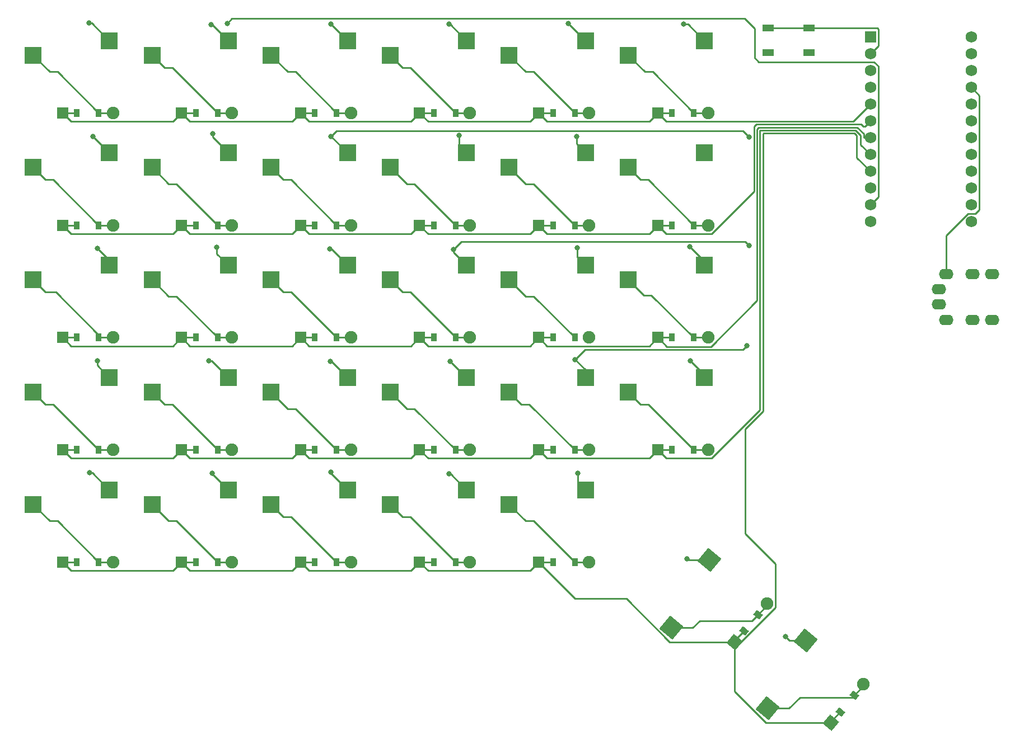
<source format=gbr>
%TF.GenerationSoftware,KiCad,Pcbnew,7.0.7-2.fc38*%
%TF.CreationDate,2023-08-26T22:40:14+08:00*%
%TF.ProjectId,split_keyboard_I,73706c69-745f-46b6-9579-626f6172645f,v1.0.0*%
%TF.SameCoordinates,Original*%
%TF.FileFunction,Copper,L1,Top*%
%TF.FilePolarity,Positive*%
%FSLAX46Y46*%
G04 Gerber Fmt 4.6, Leading zero omitted, Abs format (unit mm)*
G04 Created by KiCad (PCBNEW 7.0.7-2.fc38) date 2023-08-26 22:40:14*
%MOMM*%
%LPD*%
G01*
G04 APERTURE LIST*
G04 Aperture macros list*
%AMRotRect*
0 Rectangle, with rotation*
0 The origin of the aperture is its center*
0 $1 length*
0 $2 width*
0 $3 Rotation angle, in degrees counterclockwise*
0 Add horizontal line*
21,1,$1,$2,0,0,$3*%
G04 Aperture macros list end*
%TA.AperFunction,SMDPad,CuDef*%
%ADD10R,1.800000X1.100000*%
%TD*%
%TA.AperFunction,SMDPad,CuDef*%
%ADD11R,2.600000X2.600000*%
%TD*%
%TA.AperFunction,ComponentPad*%
%ADD12R,1.778000X1.778000*%
%TD*%
%TA.AperFunction,SMDPad,CuDef*%
%ADD13R,0.900000X1.200000*%
%TD*%
%TA.AperFunction,ComponentPad*%
%ADD14C,1.905000*%
%TD*%
%TA.AperFunction,SMDPad,CuDef*%
%ADD15RotRect,2.600000X2.600000X50.000000*%
%TD*%
%TA.AperFunction,ComponentPad*%
%ADD16O,2.200000X1.600000*%
%TD*%
%TA.AperFunction,ComponentPad*%
%ADD17RotRect,1.778000X1.778000X50.000000*%
%TD*%
%TA.AperFunction,SMDPad,CuDef*%
%ADD18RotRect,0.900000X1.200000X50.000000*%
%TD*%
%TA.AperFunction,ComponentPad*%
%ADD19R,1.752600X1.752600*%
%TD*%
%TA.AperFunction,ComponentPad*%
%ADD20C,1.752600*%
%TD*%
%TA.AperFunction,ViaPad*%
%ADD21C,0.800000*%
%TD*%
%TA.AperFunction,Conductor*%
%ADD22C,0.250000*%
%TD*%
G04 APERTURE END LIST*
D10*
%TO.P,B1,2*%
%TO.N,RST*%
X259100000Y-77850000D03*
X252900000Y-77850000D03*
%TO.P,B1,1*%
%TO.N,GND*%
X259100000Y-74150000D03*
X252900000Y-74150000D03*
%TD*%
D11*
%TO.P,S12,1*%
%TO.N,P10*%
X189275000Y-127050000D03*
%TO.P,S12,2*%
%TO.N,ring_row3*%
X177725000Y-129250000D03*
%TD*%
%TO.P,S27,1*%
%TO.N,P4*%
X243275000Y-110050000D03*
%TO.P,S27,2*%
%TO.N,inner_row2*%
X231725000Y-112250000D03*
%TD*%
%TO.P,S15,1*%
%TO.N,P10*%
X189275000Y-76050000D03*
%TO.P,S15,2*%
%TO.N,ring_number*%
X177725000Y-78250000D03*
%TD*%
D12*
%TO.P,D27,1*%
%TO.N,P19*%
X236190000Y-121000000D03*
D13*
X238350000Y-121000000D03*
%TO.P,D27,2*%
%TO.N,inner_row2*%
X241650000Y-121000000D03*
D14*
X243810000Y-121000000D03*
%TD*%
D12*
%TO.P,D2,1*%
%TO.N,P18*%
X146190000Y-138000000D03*
D13*
X148350000Y-138000000D03*
%TO.P,D2,2*%
%TO.N,outer_row3*%
X151650000Y-138000000D03*
D14*
X153810000Y-138000000D03*
%TD*%
D12*
%TO.P,D23,1*%
%TO.N,P19*%
X218190000Y-121000000D03*
D13*
X220350000Y-121000000D03*
%TO.P,D23,2*%
%TO.N,index_row2*%
X223650000Y-121000000D03*
D14*
X225810000Y-121000000D03*
%TD*%
D12*
%TO.P,D28,1*%
%TO.N,P20*%
X236190000Y-104000000D03*
D13*
X238350000Y-104000000D03*
%TO.P,D28,2*%
%TO.N,inner_row1*%
X241650000Y-104000000D03*
D14*
X243810000Y-104000000D03*
%TD*%
D12*
%TO.P,D10,1*%
%TO.N,P21*%
X164190000Y-87000000D03*
D13*
X166350000Y-87000000D03*
%TO.P,D10,2*%
%TO.N,pinky_number*%
X169650000Y-87000000D03*
D14*
X171810000Y-87000000D03*
%TD*%
D11*
%TO.P,S18,1*%
%TO.N,P2*%
X207275000Y-110050000D03*
%TO.P,S18,2*%
%TO.N,middle_row2*%
X195725000Y-112250000D03*
%TD*%
D12*
%TO.P,D20,1*%
%TO.N,P21*%
X200190000Y-87000000D03*
D13*
X202350000Y-87000000D03*
%TO.P,D20,2*%
%TO.N,middle_number*%
X205650000Y-87000000D03*
D14*
X207810000Y-87000000D03*
%TD*%
D11*
%TO.P,S6,1*%
%TO.N,P16*%
X171275000Y-144050000D03*
%TO.P,S6,2*%
%TO.N,pinky_bottom*%
X159725000Y-146250000D03*
%TD*%
D15*
%TO.P,S30,1*%
%TO.N,P4*%
X244012338Y-154641088D03*
%TO.P,S30,2*%
%TO.N,space_cluster*%
X238273439Y-164903034D03*
%TD*%
%TO.P,S31,1*%
%TO.N,P5*%
X258567183Y-166854053D03*
%TO.P,S31,2*%
%TO.N,layer_cluster*%
X252828284Y-177115999D03*
%TD*%
D12*
%TO.P,D15,1*%
%TO.N,P21*%
X182190000Y-87000000D03*
D13*
X184350000Y-87000000D03*
%TO.P,D15,2*%
%TO.N,ring_number*%
X187650000Y-87000000D03*
D14*
X189810000Y-87000000D03*
%TD*%
D12*
%TO.P,D24,1*%
%TO.N,P20*%
X218190000Y-104000000D03*
D13*
X220350000Y-104000000D03*
%TO.P,D24,2*%
%TO.N,index_row1*%
X223650000Y-104000000D03*
D14*
X225810000Y-104000000D03*
%TD*%
D11*
%TO.P,S16,1*%
%TO.N,P2*%
X207275000Y-144050000D03*
%TO.P,S16,2*%
%TO.N,middle_bottom*%
X195725000Y-146250000D03*
%TD*%
D12*
%TO.P,D6,1*%
%TO.N,P15*%
X164190000Y-155000000D03*
D13*
X166350000Y-155000000D03*
%TO.P,D6,2*%
%TO.N,pinky_bottom*%
X169650000Y-155000000D03*
D14*
X171810000Y-155000000D03*
%TD*%
D11*
%TO.P,S8,1*%
%TO.N,P16*%
X171275000Y-110050000D03*
%TO.P,S8,2*%
%TO.N,pinky_row2*%
X159725000Y-112250000D03*
%TD*%
D16*
%TO.P,TRRS1,1*%
%TO.N,GND*%
X278700000Y-113700000D03*
X278700000Y-116000000D03*
%TO.P,TRRS1,2*%
X279800000Y-111400000D03*
X279800000Y-118300000D03*
%TO.P,TRRS1,3*%
%TO.N,P6*%
X283800000Y-111400000D03*
X283800000Y-118300000D03*
%TO.P,TRRS1,4*%
%TO.N,VCC*%
X286800000Y-111400000D03*
X286800000Y-118300000D03*
%TD*%
D11*
%TO.P,S5,1*%
%TO.N,P14*%
X153275000Y-76050000D03*
%TO.P,S5,2*%
%TO.N,outer_number*%
X141725000Y-78250000D03*
%TD*%
%TO.P,S20,1*%
%TO.N,P2*%
X207275000Y-76050000D03*
%TO.P,S20,2*%
%TO.N,middle_number*%
X195725000Y-78250000D03*
%TD*%
%TO.P,S25,1*%
%TO.N,P3*%
X225275000Y-76050000D03*
%TO.P,S25,2*%
%TO.N,index_number*%
X213725000Y-78250000D03*
%TD*%
%TO.P,S14,1*%
%TO.N,P10*%
X189275000Y-93050000D03*
%TO.P,S14,2*%
%TO.N,ring_row1*%
X177725000Y-95250000D03*
%TD*%
%TO.P,S21,1*%
%TO.N,P3*%
X225275000Y-144050000D03*
%TO.P,S21,2*%
%TO.N,index_bottom*%
X213725000Y-146250000D03*
%TD*%
%TO.P,S29,1*%
%TO.N,P4*%
X243275000Y-76050000D03*
%TO.P,S29,2*%
%TO.N,inner_number*%
X231725000Y-78250000D03*
%TD*%
D12*
%TO.P,D7,1*%
%TO.N,P18*%
X164190000Y-138000000D03*
D13*
X166350000Y-138000000D03*
%TO.P,D7,2*%
%TO.N,pinky_row3*%
X169650000Y-138000000D03*
D14*
X171810000Y-138000000D03*
%TD*%
D11*
%TO.P,S7,1*%
%TO.N,P16*%
X171275000Y-127050000D03*
%TO.P,S7,2*%
%TO.N,pinky_row3*%
X159725000Y-129250000D03*
%TD*%
D12*
%TO.P,D11,1*%
%TO.N,P15*%
X182190000Y-155000000D03*
D13*
X184350000Y-155000000D03*
%TO.P,D11,2*%
%TO.N,ring_bottom*%
X187650000Y-155000000D03*
D14*
X189810000Y-155000000D03*
%TD*%
D12*
%TO.P,D1,1*%
%TO.N,P15*%
X146190000Y-155000000D03*
D13*
X148350000Y-155000000D03*
%TO.P,D1,2*%
%TO.N,outer_bottom*%
X151650000Y-155000000D03*
D14*
X153810000Y-155000000D03*
%TD*%
D11*
%TO.P,S4,1*%
%TO.N,P14*%
X153275000Y-93050000D03*
%TO.P,S4,2*%
%TO.N,outer_row1*%
X141725000Y-95250000D03*
%TD*%
D12*
%TO.P,D25,1*%
%TO.N,P21*%
X218190000Y-87000000D03*
D13*
X220350000Y-87000000D03*
%TO.P,D25,2*%
%TO.N,index_number*%
X223650000Y-87000000D03*
D14*
X225810000Y-87000000D03*
%TD*%
D17*
%TO.P,D30,1*%
%TO.N,P15*%
X247846374Y-167107037D03*
D18*
X249234795Y-165452381D03*
%TO.P,D30,2*%
%TO.N,space_cluster*%
X251355995Y-162924435D03*
D14*
X252744416Y-161269779D03*
%TD*%
D11*
%TO.P,S26,1*%
%TO.N,P4*%
X243275000Y-127050000D03*
%TO.P,S26,2*%
%TO.N,inner_row3*%
X231725000Y-129250000D03*
%TD*%
D12*
%TO.P,D8,1*%
%TO.N,P19*%
X164190000Y-121000000D03*
D13*
X166350000Y-121000000D03*
%TO.P,D8,2*%
%TO.N,pinky_row2*%
X169650000Y-121000000D03*
D14*
X171810000Y-121000000D03*
%TD*%
D11*
%TO.P,S3,1*%
%TO.N,P14*%
X153275000Y-110050000D03*
%TO.P,S3,2*%
%TO.N,outer_row2*%
X141725000Y-112250000D03*
%TD*%
%TO.P,S2,1*%
%TO.N,P14*%
X153275000Y-127050000D03*
%TO.P,S2,2*%
%TO.N,outer_row3*%
X141725000Y-129250000D03*
%TD*%
%TO.P,S23,1*%
%TO.N,P3*%
X225275000Y-110050000D03*
%TO.P,S23,2*%
%TO.N,index_row2*%
X213725000Y-112250000D03*
%TD*%
D12*
%TO.P,D3,1*%
%TO.N,P19*%
X146190000Y-121000000D03*
D13*
X148350000Y-121000000D03*
%TO.P,D3,2*%
%TO.N,outer_row2*%
X151650000Y-121000000D03*
D14*
X153810000Y-121000000D03*
%TD*%
D17*
%TO.P,D31,1*%
%TO.N,P15*%
X262401219Y-179320002D03*
D18*
X263789640Y-177665346D03*
%TO.P,D31,2*%
%TO.N,layer_cluster*%
X265910840Y-175137400D03*
D14*
X267299261Y-173482744D03*
%TD*%
D12*
%TO.P,D16,1*%
%TO.N,P15*%
X200190000Y-155000000D03*
D13*
X202350000Y-155000000D03*
%TO.P,D16,2*%
%TO.N,middle_bottom*%
X205650000Y-155000000D03*
D14*
X207810000Y-155000000D03*
%TD*%
D12*
%TO.P,D14,1*%
%TO.N,P20*%
X182190000Y-104000000D03*
D13*
X184350000Y-104000000D03*
%TO.P,D14,2*%
%TO.N,ring_row1*%
X187650000Y-104000000D03*
D14*
X189810000Y-104000000D03*
%TD*%
D11*
%TO.P,S1,1*%
%TO.N,P14*%
X153275000Y-144050000D03*
%TO.P,S1,2*%
%TO.N,outer_bottom*%
X141725000Y-146250000D03*
%TD*%
%TO.P,S13,1*%
%TO.N,P10*%
X189275000Y-110050000D03*
%TO.P,S13,2*%
%TO.N,ring_row2*%
X177725000Y-112250000D03*
%TD*%
%TO.P,S11,1*%
%TO.N,P10*%
X189275000Y-144050000D03*
%TO.P,S11,2*%
%TO.N,ring_bottom*%
X177725000Y-146250000D03*
%TD*%
%TO.P,S9,1*%
%TO.N,P16*%
X171275000Y-93050000D03*
%TO.P,S9,2*%
%TO.N,pinky_row1*%
X159725000Y-95250000D03*
%TD*%
D12*
%TO.P,D29,1*%
%TO.N,P21*%
X236190000Y-87000000D03*
D13*
X238350000Y-87000000D03*
%TO.P,D29,2*%
%TO.N,inner_number*%
X241650000Y-87000000D03*
D14*
X243810000Y-87000000D03*
%TD*%
D12*
%TO.P,D4,1*%
%TO.N,P20*%
X146190000Y-104000000D03*
D13*
X148350000Y-104000000D03*
%TO.P,D4,2*%
%TO.N,outer_row1*%
X151650000Y-104000000D03*
D14*
X153810000Y-104000000D03*
%TD*%
D12*
%TO.P,D5,1*%
%TO.N,P21*%
X146190000Y-87000000D03*
D13*
X148350000Y-87000000D03*
%TO.P,D5,2*%
%TO.N,outer_number*%
X151650000Y-87000000D03*
D14*
X153810000Y-87000000D03*
%TD*%
D19*
%TO.P,MCU1,1*%
%TO.N,RAW*%
X268380000Y-75530000D03*
D20*
%TO.P,MCU1,2*%
%TO.N,GND*%
X268380000Y-78070000D03*
%TO.P,MCU1,3*%
%TO.N,RST*%
X268380000Y-80610000D03*
%TO.P,MCU1,4*%
%TO.N,VCC*%
X268380000Y-83150000D03*
%TO.P,MCU1,5*%
%TO.N,P21*%
X268380000Y-85690000D03*
%TO.P,MCU1,6*%
%TO.N,P20*%
X268380000Y-88230000D03*
%TO.P,MCU1,7*%
%TO.N,P19*%
X268380000Y-90770000D03*
%TO.P,MCU1,8*%
%TO.N,P18*%
X268380000Y-93310000D03*
%TO.P,MCU1,9*%
%TO.N,P15*%
X268380000Y-95850000D03*
%TO.P,MCU1,10*%
%TO.N,P14*%
X268380000Y-98390000D03*
%TO.P,MCU1,11*%
%TO.N,P16*%
X268380000Y-100930000D03*
%TO.P,MCU1,12*%
%TO.N,P10*%
X268380000Y-103470000D03*
%TO.P,MCU1,13*%
%TO.N,P1*%
X283620000Y-75530000D03*
%TO.P,MCU1,14*%
%TO.N,P0*%
X283620000Y-78070000D03*
%TO.P,MCU1,15*%
%TO.N,GND*%
X283620000Y-80610000D03*
%TO.P,MCU1,16*%
X283620000Y-83150000D03*
%TO.P,MCU1,17*%
%TO.N,P2*%
X283620000Y-85690000D03*
%TO.P,MCU1,18*%
%TO.N,P3*%
X283620000Y-88230000D03*
%TO.P,MCU1,19*%
%TO.N,P4*%
X283620000Y-90770000D03*
%TO.P,MCU1,20*%
%TO.N,P5*%
X283620000Y-93310000D03*
%TO.P,MCU1,21*%
%TO.N,P6*%
X283620000Y-95850000D03*
%TO.P,MCU1,22*%
%TO.N,P7*%
X283620000Y-98390000D03*
%TO.P,MCU1,23*%
%TO.N,P8*%
X283620000Y-100930000D03*
%TO.P,MCU1,24*%
%TO.N,P9*%
X283620000Y-103470000D03*
%TD*%
D11*
%TO.P,S10,1*%
%TO.N,P16*%
X171275000Y-76050000D03*
%TO.P,S10,2*%
%TO.N,pinky_number*%
X159725000Y-78250000D03*
%TD*%
%TO.P,S19,1*%
%TO.N,P2*%
X207275000Y-93050000D03*
%TO.P,S19,2*%
%TO.N,middle_row1*%
X195725000Y-95250000D03*
%TD*%
%TO.P,S22,1*%
%TO.N,P3*%
X225275000Y-127050000D03*
%TO.P,S22,2*%
%TO.N,index_row3*%
X213725000Y-129250000D03*
%TD*%
D12*
%TO.P,D9,1*%
%TO.N,P20*%
X164190000Y-104000000D03*
D13*
X166350000Y-104000000D03*
%TO.P,D9,2*%
%TO.N,pinky_row1*%
X169650000Y-104000000D03*
D14*
X171810000Y-104000000D03*
%TD*%
D11*
%TO.P,S17,1*%
%TO.N,P2*%
X207275000Y-127050000D03*
%TO.P,S17,2*%
%TO.N,middle_row3*%
X195725000Y-129250000D03*
%TD*%
D12*
%TO.P,D19,1*%
%TO.N,P20*%
X200190000Y-104000000D03*
D13*
X202350000Y-104000000D03*
%TO.P,D19,2*%
%TO.N,middle_row1*%
X205650000Y-104000000D03*
D14*
X207810000Y-104000000D03*
%TD*%
D12*
%TO.P,D17,1*%
%TO.N,P18*%
X200190000Y-138000000D03*
D13*
X202350000Y-138000000D03*
%TO.P,D17,2*%
%TO.N,middle_row3*%
X205650000Y-138000000D03*
D14*
X207810000Y-138000000D03*
%TD*%
D12*
%TO.P,D21,1*%
%TO.N,P15*%
X218190000Y-155000000D03*
D13*
X220350000Y-155000000D03*
%TO.P,D21,2*%
%TO.N,index_bottom*%
X223650000Y-155000000D03*
D14*
X225810000Y-155000000D03*
%TD*%
D11*
%TO.P,S28,1*%
%TO.N,P4*%
X243275000Y-93050000D03*
%TO.P,S28,2*%
%TO.N,inner_row1*%
X231725000Y-95250000D03*
%TD*%
D12*
%TO.P,D22,1*%
%TO.N,P18*%
X218190000Y-138000000D03*
D13*
X220350000Y-138000000D03*
%TO.P,D22,2*%
%TO.N,index_row3*%
X223650000Y-138000000D03*
D14*
X225810000Y-138000000D03*
%TD*%
D11*
%TO.P,S24,1*%
%TO.N,P3*%
X225275000Y-93050000D03*
%TO.P,S24,2*%
%TO.N,index_row1*%
X213725000Y-95250000D03*
%TD*%
D12*
%TO.P,D13,1*%
%TO.N,P19*%
X182190000Y-121000000D03*
D13*
X184350000Y-121000000D03*
%TO.P,D13,2*%
%TO.N,ring_row2*%
X187650000Y-121000000D03*
D14*
X189810000Y-121000000D03*
%TD*%
D12*
%TO.P,D26,1*%
%TO.N,P18*%
X236190000Y-138000000D03*
D13*
X238350000Y-138000000D03*
%TO.P,D26,2*%
%TO.N,inner_row3*%
X241650000Y-138000000D03*
D14*
X243810000Y-138000000D03*
%TD*%
D12*
%TO.P,D12,1*%
%TO.N,P18*%
X182190000Y-138000000D03*
D13*
X184350000Y-138000000D03*
%TO.P,D12,2*%
%TO.N,ring_row3*%
X187650000Y-138000000D03*
D14*
X189810000Y-138000000D03*
%TD*%
D12*
%TO.P,D18,1*%
%TO.N,P19*%
X200190000Y-121000000D03*
D13*
X202350000Y-121000000D03*
%TO.P,D18,2*%
%TO.N,middle_row2*%
X205650000Y-121000000D03*
D14*
X207810000Y-121000000D03*
%TD*%
D21*
%TO.N,P14*%
X150800000Y-90600000D03*
X150280000Y-141460000D03*
X151440000Y-107460000D03*
X150170000Y-73380000D03*
X151460000Y-124510000D03*
%TO.N,P16*%
X169540000Y-107290000D03*
X168900000Y-90170000D03*
X168320000Y-124510000D03*
X171070000Y-73424500D03*
X168690000Y-73630000D03*
X168810000Y-141540000D03*
%TO.N,P10*%
X186710000Y-124640000D03*
X186760000Y-90540000D03*
X250045500Y-90620000D03*
X186590000Y-107620000D03*
X186750000Y-73560000D03*
X186790000Y-141350000D03*
%TO.N,P2*%
X204770000Y-124590000D03*
X206130000Y-90420000D03*
X250050000Y-107090000D03*
X204630000Y-141650000D03*
X204600000Y-73560000D03*
X205290000Y-107690000D03*
%TO.N,P3*%
X224040000Y-107400000D03*
X223720000Y-124320000D03*
X223920000Y-90610000D03*
X249700000Y-122270000D03*
X222660000Y-73450000D03*
X224080000Y-141570000D03*
%TO.N,P4*%
X241010000Y-107220000D03*
X240620000Y-154500000D03*
X241090000Y-124480000D03*
X240090000Y-73590000D03*
%TO.N,P5*%
X255520000Y-166270000D03*
%TD*%
D22*
%TO.N,GND*%
X279800000Y-111400000D02*
X279800000Y-105591105D01*
X279800000Y-105591105D02*
X283122405Y-102268700D01*
X283122405Y-102268700D02*
X284241300Y-102268700D01*
X284241300Y-102268700D02*
X284860000Y-101650000D01*
X284860000Y-101650000D02*
X284860000Y-84390000D01*
X284860000Y-84390000D02*
X283620000Y-83150000D01*
%TO.N,P14*%
X153275000Y-109295000D02*
X153275000Y-110050000D01*
X151440000Y-107460000D02*
X153275000Y-109295000D01*
X150605000Y-73380000D02*
X153275000Y-76050000D01*
X150280000Y-141460000D02*
X150685000Y-141460000D01*
X151460000Y-124510000D02*
X151460000Y-125235000D01*
X150685000Y-141460000D02*
X153275000Y-144050000D01*
X151460000Y-125235000D02*
X153275000Y-127050000D01*
X150825000Y-90600000D02*
X153275000Y-93050000D01*
X150800000Y-90600000D02*
X150825000Y-90600000D01*
X150170000Y-73380000D02*
X150605000Y-73380000D01*
%TO.N,outer_bottom*%
X141725000Y-146250000D02*
X144249100Y-148774100D01*
X151650000Y-155000000D02*
X153810000Y-155000000D01*
X144249100Y-148774100D02*
X145424100Y-148774100D01*
X145424100Y-148774100D02*
X151650000Y-155000000D01*
%TO.N,outer_row3*%
X153810000Y-138000000D02*
X151650000Y-138000000D01*
X143600000Y-131125000D02*
X144775000Y-131125000D01*
X141725000Y-129250000D02*
X143600000Y-131125000D01*
X144775000Y-131125000D02*
X151650000Y-138000000D01*
%TO.N,outer_row2*%
X143600000Y-114125000D02*
X145170001Y-114125000D01*
X151650000Y-120604999D02*
X151650000Y-121000000D01*
X151650000Y-121000000D02*
X153810000Y-121000000D01*
X141725000Y-112250000D02*
X143600000Y-114125000D01*
X145170001Y-114125000D02*
X151650000Y-120604999D01*
%TO.N,outer_row1*%
X151650000Y-104000000D02*
X153810000Y-104000000D01*
X141725000Y-95250000D02*
X143600000Y-97125000D01*
X144775000Y-97125000D02*
X151650000Y-104000000D01*
X143600000Y-97125000D02*
X144775000Y-97125000D01*
%TO.N,outer_number*%
X145424100Y-80774100D02*
X151650000Y-87000000D01*
X144249100Y-80774100D02*
X145424100Y-80774100D01*
X141725000Y-78250000D02*
X144249100Y-80774100D01*
X151650000Y-87000000D02*
X153810000Y-87000000D01*
%TO.N,P16*%
X168900000Y-90675000D02*
X171275000Y-93050000D01*
X168735000Y-124510000D02*
X171275000Y-127050000D01*
X251491300Y-79271300D02*
X268931300Y-79271300D01*
X268931300Y-79271300D02*
X269581300Y-79921300D01*
X169540000Y-107290000D02*
X169540000Y-108315000D01*
X169540000Y-108315000D02*
X171275000Y-110050000D01*
X250890000Y-74240000D02*
X250890000Y-78670000D01*
X168810000Y-141585000D02*
X171275000Y-144050000D01*
X269581300Y-99728700D02*
X268380000Y-100930000D01*
X250890000Y-78670000D02*
X251491300Y-79271300D01*
X168690000Y-73630000D02*
X168855000Y-73630000D01*
X168320000Y-124510000D02*
X168735000Y-124510000D01*
X168855000Y-73630000D02*
X171275000Y-76050000D01*
X269581300Y-79921300D02*
X269581300Y-99728700D01*
X171794500Y-72700000D02*
X249350000Y-72700000D01*
X168810000Y-141540000D02*
X168810000Y-141585000D01*
X168900000Y-90170000D02*
X168900000Y-90675000D01*
X249350000Y-72700000D02*
X250890000Y-74240000D01*
X171070000Y-73424500D02*
X171794500Y-72700000D01*
%TO.N,pinky_bottom*%
X159725000Y-146250000D02*
X162249100Y-148774100D01*
X162249100Y-148774100D02*
X163424100Y-148774100D01*
X169650000Y-155000000D02*
X171810000Y-155000000D01*
X163424100Y-148774100D02*
X169650000Y-155000000D01*
%TO.N,pinky_row3*%
X169650000Y-138000000D02*
X171810000Y-138000000D01*
X161600000Y-131125000D02*
X162775000Y-131125000D01*
X162775000Y-131125000D02*
X169650000Y-138000000D01*
X159725000Y-129250000D02*
X161600000Y-131125000D01*
%TO.N,pinky_row2*%
X159725000Y-112250000D02*
X162249100Y-114774100D01*
X163424100Y-114774100D02*
X169650000Y-121000000D01*
X169650000Y-121000000D02*
X171810000Y-121000000D01*
X162249100Y-114774100D02*
X163424100Y-114774100D01*
%TO.N,pinky_row1*%
X159725000Y-95250000D02*
X162249100Y-97774100D01*
X162249100Y-97774100D02*
X163424100Y-97774100D01*
X171810000Y-104000000D02*
X169650000Y-104000000D01*
X163424100Y-97774100D02*
X169650000Y-104000000D01*
%TO.N,pinky_number*%
X159725000Y-78250000D02*
X161600000Y-80125000D01*
X161600000Y-80125000D02*
X162775000Y-80125000D01*
X171810000Y-87000000D02*
X169650000Y-87000000D01*
X162775000Y-80125000D02*
X169650000Y-87000000D01*
%TO.N,P10*%
X186785000Y-73560000D02*
X189275000Y-76050000D01*
X186760000Y-90540000D02*
X186765000Y-90540000D01*
X186750000Y-73560000D02*
X186785000Y-73560000D01*
X249120500Y-89695000D02*
X250045500Y-90620000D01*
X186790000Y-141350000D02*
X186790000Y-141565000D01*
X186765000Y-90540000D02*
X189275000Y-93050000D01*
X186790000Y-141565000D02*
X189275000Y-144050000D01*
X186845000Y-107620000D02*
X189275000Y-110050000D01*
X186710000Y-124640000D02*
X186865000Y-124640000D01*
X187605000Y-89695000D02*
X249120500Y-89695000D01*
X186760000Y-90540000D02*
X187605000Y-89695000D01*
X186865000Y-124640000D02*
X189275000Y-127050000D01*
X186590000Y-107620000D02*
X186845000Y-107620000D01*
%TO.N,ring_bottom*%
X180775000Y-148125000D02*
X187650000Y-155000000D01*
X179600000Y-148125000D02*
X180775000Y-148125000D01*
X187650000Y-155000000D02*
X189810000Y-155000000D01*
X177725000Y-146250000D02*
X179600000Y-148125000D01*
%TO.N,ring_row3*%
X187650000Y-138000000D02*
X189810000Y-138000000D01*
X180249100Y-131774100D02*
X181424100Y-131774100D01*
X177725000Y-129250000D02*
X180249100Y-131774100D01*
X181424100Y-131774100D02*
X187650000Y-138000000D01*
%TO.N,ring_row2*%
X187650000Y-121000000D02*
X189810000Y-121000000D01*
X179600000Y-114125000D02*
X180775000Y-114125000D01*
X177725000Y-112250000D02*
X179600000Y-114125000D01*
X180775000Y-114125000D02*
X187650000Y-121000000D01*
%TO.N,ring_row1*%
X177725000Y-95250000D02*
X179600000Y-97125000D01*
X179600000Y-97125000D02*
X180775000Y-97125000D01*
X180775000Y-97125000D02*
X187650000Y-104000000D01*
X189810000Y-104000000D02*
X187650000Y-104000000D01*
%TO.N,ring_number*%
X180249100Y-80774100D02*
X181424100Y-80774100D01*
X181424100Y-80774100D02*
X187650000Y-87000000D01*
X187650000Y-87000000D02*
X189810000Y-87000000D01*
X177725000Y-78250000D02*
X180249100Y-80774100D01*
%TO.N,P2*%
X204600000Y-73560000D02*
X204785000Y-73560000D01*
X206130000Y-91905000D02*
X207275000Y-93050000D01*
X204815000Y-124590000D02*
X207275000Y-127050000D01*
X206485000Y-106495000D02*
X249455000Y-106495000D01*
X206130000Y-90420000D02*
X206130000Y-91905000D01*
X205290000Y-107690000D02*
X206485000Y-106495000D01*
X249455000Y-106495000D02*
X250050000Y-107090000D01*
X204630000Y-141650000D02*
X204875000Y-141650000D01*
X204770000Y-124590000D02*
X204815000Y-124590000D01*
X204875000Y-141650000D02*
X207275000Y-144050000D01*
X205290000Y-107690000D02*
X205290000Y-108065000D01*
X205290000Y-108065000D02*
X207275000Y-110050000D01*
X204785000Y-73560000D02*
X207275000Y-76050000D01*
%TO.N,middle_bottom*%
X197600000Y-148125000D02*
X198775000Y-148125000D01*
X195725000Y-146250000D02*
X197600000Y-148125000D01*
X207810000Y-155000000D02*
X205650000Y-155000000D01*
X198775000Y-148125000D02*
X205650000Y-155000000D01*
%TO.N,middle_row3*%
X198249100Y-131774100D02*
X199424100Y-131774100D01*
X195725000Y-129250000D02*
X198249100Y-131774100D01*
X199424100Y-131774100D02*
X205650000Y-138000000D01*
X207810000Y-138000000D02*
X205650000Y-138000000D01*
%TO.N,middle_row2*%
X197600000Y-114125000D02*
X198775000Y-114125000D01*
X207810000Y-121000000D02*
X205650000Y-121000000D01*
X195725000Y-112250000D02*
X197600000Y-114125000D01*
X198775000Y-114125000D02*
X205650000Y-121000000D01*
%TO.N,middle_row1*%
X195725000Y-95250000D02*
X198249100Y-97774100D01*
X199424100Y-97774100D02*
X205650000Y-104000000D01*
X198249100Y-97774100D02*
X199424100Y-97774100D01*
X207810000Y-104000000D02*
X205650000Y-104000000D01*
%TO.N,middle_number*%
X207810000Y-87000000D02*
X205650000Y-87000000D01*
X195725000Y-78250000D02*
X197600000Y-80125000D01*
X198775000Y-80125000D02*
X205650000Y-87000000D01*
X197600000Y-80125000D02*
X198775000Y-80125000D01*
%TO.N,P3*%
X223920000Y-90610000D02*
X223920000Y-91695000D01*
X222660000Y-73450000D02*
X222675000Y-73450000D01*
X224080000Y-141570000D02*
X224080000Y-142855000D01*
X223920000Y-91695000D02*
X225275000Y-93050000D01*
X223720000Y-124320000D02*
X225200000Y-122840000D01*
X224080000Y-142855000D02*
X225275000Y-144050000D01*
X224040000Y-108815000D02*
X225275000Y-110050000D01*
X222675000Y-73450000D02*
X225275000Y-76050000D01*
X225200000Y-122840000D02*
X249130000Y-122840000D01*
X249130000Y-122840000D02*
X249700000Y-122270000D01*
X223720000Y-124320000D02*
X225275000Y-125875000D01*
X224040000Y-107400000D02*
X224040000Y-108815000D01*
X225275000Y-125875000D02*
X225275000Y-127050000D01*
%TO.N,index_bottom*%
X213725000Y-146250000D02*
X216249100Y-148774100D01*
X216249100Y-148774100D02*
X217424100Y-148774100D01*
X225810000Y-155000000D02*
X223650000Y-155000000D01*
X217424100Y-148774100D02*
X223650000Y-155000000D01*
%TO.N,index_row3*%
X225810000Y-138000000D02*
X223650000Y-138000000D01*
X215600000Y-131125000D02*
X216775000Y-131125000D01*
X216775000Y-131125000D02*
X223650000Y-138000000D01*
X213725000Y-129250000D02*
X215600000Y-131125000D01*
%TO.N,index_row2*%
X213725000Y-112250000D02*
X216249100Y-114774100D01*
X216249100Y-114774100D02*
X217424100Y-114774100D01*
X217424100Y-114774100D02*
X223650000Y-121000000D01*
%TO.N,index_row1*%
X216249100Y-97774100D02*
X217424100Y-97774100D01*
X213725000Y-95250000D02*
X216249100Y-97774100D01*
X225810000Y-104000000D02*
X223650000Y-104000000D01*
X217424100Y-97774100D02*
X223650000Y-104000000D01*
%TO.N,index_number*%
X225810000Y-87000000D02*
X223650000Y-87000000D01*
X217424100Y-80774100D02*
X223650000Y-87000000D01*
X213725000Y-78250000D02*
X216249100Y-80774100D01*
X216249100Y-80774100D02*
X217424100Y-80774100D01*
%TO.N,P4*%
X241010000Y-107220000D02*
X243275000Y-109485000D01*
X240090000Y-73590000D02*
X240815000Y-73590000D01*
X240815000Y-73590000D02*
X243275000Y-76050000D01*
X243275000Y-109485000D02*
X243275000Y-110050000D01*
X243275000Y-126665000D02*
X243275000Y-127050000D01*
X240620000Y-154500000D02*
X240761088Y-154641088D01*
X240761088Y-154641088D02*
X244012338Y-154641088D01*
X241090000Y-124480000D02*
X243275000Y-126665000D01*
%TO.N,inner_row3*%
X234775000Y-131125000D02*
X241650000Y-138000000D01*
X241650000Y-138000000D02*
X243810000Y-138000000D01*
X231725000Y-129250000D02*
X233600000Y-131125000D01*
X233600000Y-131125000D02*
X234775000Y-131125000D01*
%TO.N,inner_row2*%
X234067501Y-114592501D02*
X235242501Y-114592501D01*
X241650000Y-121000000D02*
X243810000Y-121000000D01*
X231725000Y-112250000D02*
X234067501Y-114592501D01*
X235242501Y-114592501D02*
X241650000Y-121000000D01*
%TO.N,inner_row1*%
X234775000Y-97125000D02*
X241650000Y-104000000D01*
X231725000Y-95250000D02*
X233600000Y-97125000D01*
X241650000Y-104000000D02*
X243810000Y-104000000D01*
X233600000Y-97125000D02*
X234775000Y-97125000D01*
%TO.N,inner_number*%
X235424100Y-80774100D02*
X241650000Y-87000000D01*
X241650000Y-87000000D02*
X243810000Y-87000000D01*
X234249100Y-80774100D02*
X235424100Y-80774100D01*
X231725000Y-78250000D02*
X234249100Y-80774100D01*
%TO.N,space_cluster*%
X252744416Y-161536014D02*
X251355995Y-162924435D01*
X252744416Y-161269779D02*
X252744416Y-161536014D01*
X238273439Y-164903034D02*
X241480837Y-164903034D01*
X242533871Y-163850000D02*
X250430430Y-163850000D01*
X250430430Y-163850000D02*
X251355995Y-162924435D01*
X241480837Y-164903034D02*
X242533871Y-163850000D01*
%TO.N,P5*%
X256104053Y-166854053D02*
X258567183Y-166854053D01*
X255520000Y-166270000D02*
X256104053Y-166854053D01*
%TO.N,layer_cluster*%
X257694867Y-175456814D02*
X265591426Y-175456814D01*
X252828284Y-177115999D02*
X256035682Y-177115999D01*
X267299261Y-173482744D02*
X267299261Y-173748979D01*
X267299261Y-173748979D02*
X265910840Y-175137400D01*
X265591426Y-175456814D02*
X265910840Y-175137400D01*
X256035682Y-177115999D02*
X257694867Y-175456814D01*
%TO.N,P15*%
X200190000Y-155000000D02*
X202350000Y-155000000D01*
X146190000Y-155000000D02*
X147467500Y-156277500D01*
X262401219Y-179320002D02*
X262401219Y-179053767D01*
X198912500Y-156277500D02*
X200190000Y-155000000D01*
X182190000Y-155000000D02*
X184350000Y-155000000D01*
X164190000Y-155000000D02*
X165467500Y-156277500D01*
X247846374Y-167107037D02*
X247846374Y-174585425D01*
X200190000Y-155000000D02*
X201467500Y-156277500D01*
X220350000Y-155000000D02*
X218190000Y-155000000D01*
X162912500Y-156277500D02*
X164190000Y-155000000D01*
X265961104Y-90077500D02*
X252190000Y-90077500D01*
X201467500Y-156277500D02*
X216912500Y-156277500D01*
X248752963Y-167107037D02*
X247846374Y-167107037D01*
X247846374Y-174585425D02*
X252580951Y-179320002D01*
X164190000Y-155000000D02*
X166350000Y-155000000D01*
X252120000Y-90147500D02*
X252120000Y-132133054D01*
X252190000Y-90077500D02*
X252120000Y-90147500D01*
X252120000Y-132133054D02*
X249440000Y-134813054D01*
X262401219Y-179053767D02*
X263789640Y-177665346D01*
X223709239Y-160519239D02*
X231438308Y-160519239D01*
X249440000Y-134813054D02*
X249440000Y-150680000D01*
X147467500Y-156277500D02*
X162912500Y-156277500D01*
X249440000Y-150680000D02*
X254021916Y-155261916D01*
X266301802Y-93771802D02*
X266301802Y-90418198D01*
X247846374Y-166840802D02*
X249234795Y-165452381D01*
X183467500Y-156277500D02*
X198912500Y-156277500D01*
X146190000Y-155000000D02*
X148350000Y-155000000D01*
X182190000Y-155000000D02*
X183467500Y-156277500D01*
X254021916Y-161838084D02*
X248752963Y-167107037D01*
X252580951Y-179320002D02*
X262401219Y-179320002D01*
X165467500Y-156277500D02*
X180912500Y-156277500D01*
X218190000Y-155000000D02*
X223709239Y-160519239D01*
X266301802Y-90418198D02*
X265961104Y-90077500D01*
X231438308Y-160519239D02*
X238026106Y-167107037D01*
X180912500Y-156277500D02*
X182190000Y-155000000D01*
X254021916Y-155261916D02*
X254021916Y-161838084D01*
X268380000Y-95850000D02*
X266301802Y-93771802D01*
X238026106Y-167107037D02*
X247846374Y-167107037D01*
X216912500Y-156277500D02*
X218190000Y-155000000D01*
X247846374Y-167107037D02*
X247846374Y-166840802D01*
%TO.N,P18*%
X180912500Y-139277500D02*
X182190000Y-138000000D01*
X146190000Y-138000000D02*
X148350000Y-138000000D01*
X220350000Y-138000000D02*
X218190000Y-138000000D01*
X219467500Y-139277500D02*
X234912500Y-139277500D01*
X183467500Y-139277500D02*
X198912500Y-139277500D01*
X251670000Y-89636396D02*
X251670000Y-131946658D01*
X266910000Y-90390000D02*
X266147500Y-89627500D01*
X218190000Y-138000000D02*
X219467500Y-139277500D01*
X238350000Y-138000000D02*
X236190000Y-138000000D01*
X234912500Y-139277500D02*
X236190000Y-138000000D01*
X147467500Y-139277500D02*
X162912500Y-139277500D01*
X251678896Y-89627500D02*
X251670000Y-89636396D01*
X201467500Y-139277500D02*
X216912500Y-139277500D01*
X200190000Y-138000000D02*
X201467500Y-139277500D01*
X266147500Y-89627500D02*
X251678896Y-89627500D01*
X184350000Y-138000000D02*
X182190000Y-138000000D01*
X202350000Y-138000000D02*
X200190000Y-138000000D01*
X182190000Y-138000000D02*
X183467500Y-139277500D01*
X162912500Y-139277500D02*
X164190000Y-138000000D01*
X164190000Y-138000000D02*
X165467500Y-139277500D01*
X216912500Y-139277500D02*
X218190000Y-138000000D01*
X244339158Y-139277500D02*
X237467500Y-139277500D01*
X146190000Y-138000000D02*
X147467500Y-139277500D01*
X198912500Y-139277500D02*
X200190000Y-138000000D01*
X237467500Y-139277500D02*
X236190000Y-138000000D01*
X165467500Y-139277500D02*
X180912500Y-139277500D01*
X266910000Y-91840000D02*
X266910000Y-90390000D01*
X251670000Y-131946658D02*
X244339158Y-139277500D01*
X164190000Y-138000000D02*
X166350000Y-138000000D01*
X268380000Y-93310000D02*
X266910000Y-91840000D01*
%TO.N,P19*%
X198912500Y-122277500D02*
X200190000Y-121000000D01*
X202350000Y-121000000D02*
X200190000Y-121000000D01*
X218190000Y-121000000D02*
X219467500Y-122277500D01*
X201467500Y-122277500D02*
X216912500Y-122277500D01*
X244226658Y-122390000D02*
X237580000Y-122390000D01*
X182190000Y-121000000D02*
X183467500Y-122277500D01*
X184350000Y-121000000D02*
X182190000Y-121000000D01*
X234912500Y-122277500D02*
X236190000Y-121000000D01*
X220350000Y-121000000D02*
X218190000Y-121000000D01*
X183467500Y-122277500D02*
X198912500Y-122277500D01*
X146190000Y-121000000D02*
X147467500Y-122277500D01*
X236190000Y-121000000D02*
X238350000Y-121000000D01*
X147467500Y-122277500D02*
X162912500Y-122277500D01*
X216912500Y-122277500D02*
X218190000Y-121000000D01*
X219467500Y-122277500D02*
X234912500Y-122277500D01*
X251220000Y-115396658D02*
X244226658Y-122390000D01*
X266367500Y-89177500D02*
X251492500Y-89177500D01*
X200190000Y-121000000D02*
X201467500Y-122277500D01*
X166350000Y-121000000D02*
X164190000Y-121000000D01*
X237580000Y-122390000D02*
X236190000Y-121000000D01*
X180912500Y-122277500D02*
X182190000Y-121000000D01*
X251492500Y-89177500D02*
X251220000Y-89450000D01*
X146190000Y-121000000D02*
X148350000Y-121000000D01*
X162912500Y-122277500D02*
X164190000Y-121000000D01*
X165467500Y-122277500D02*
X180912500Y-122277500D01*
X251220000Y-89450000D02*
X251220000Y-115396658D01*
X268380000Y-90770000D02*
X267360000Y-90770000D01*
X164190000Y-121000000D02*
X165467500Y-122277500D01*
X267360000Y-90170000D02*
X266367500Y-89177500D01*
X267360000Y-90770000D02*
X267360000Y-90170000D01*
%TO.N,P20*%
X146190000Y-104000000D02*
X147467500Y-105277500D01*
X244339158Y-105277500D02*
X237467500Y-105277500D01*
X184350000Y-104000000D02*
X182190000Y-104000000D01*
X268380000Y-88230000D02*
X267530000Y-89080000D01*
X250770000Y-89080000D02*
X250770000Y-98846658D01*
X164190000Y-104000000D02*
X165467500Y-105277500D01*
X250770000Y-98846658D02*
X244339158Y-105277500D01*
X146190000Y-104000000D02*
X148350000Y-104000000D01*
X200190000Y-104000000D02*
X201467500Y-105277500D01*
X202350000Y-104000000D02*
X200190000Y-104000000D01*
X237467500Y-105277500D02*
X236190000Y-104000000D01*
X182190000Y-104000000D02*
X183467500Y-105277500D01*
X234912500Y-105277500D02*
X236190000Y-104000000D01*
X183467500Y-105277500D02*
X198912500Y-105277500D01*
X266917500Y-88727500D02*
X251122500Y-88727500D01*
X180912500Y-105277500D02*
X182190000Y-104000000D01*
X201467500Y-105277500D02*
X216912500Y-105277500D01*
X216912500Y-105277500D02*
X218190000Y-104000000D01*
X218190000Y-104000000D02*
X219467500Y-105277500D01*
X219467500Y-105277500D02*
X234912500Y-105277500D01*
X267270000Y-89080000D02*
X266917500Y-88727500D01*
X162912500Y-105277500D02*
X164190000Y-104000000D01*
X166350000Y-104000000D02*
X164190000Y-104000000D01*
X198912500Y-105277500D02*
X200190000Y-104000000D01*
X251122500Y-88727500D02*
X250770000Y-89080000D01*
X236190000Y-104000000D02*
X238350000Y-104000000D01*
X267530000Y-89080000D02*
X267270000Y-89080000D01*
X147467500Y-105277500D02*
X162912500Y-105277500D01*
X165467500Y-105277500D02*
X180912500Y-105277500D01*
X220350000Y-104000000D02*
X218190000Y-104000000D01*
%TO.N,P21*%
X180912500Y-88277500D02*
X182190000Y-87000000D01*
X182190000Y-87000000D02*
X183467500Y-88277500D01*
X165467500Y-88277500D02*
X180912500Y-88277500D01*
X218190000Y-87000000D02*
X219467500Y-88277500D01*
X147467500Y-88277500D02*
X162912500Y-88277500D01*
X268380000Y-85690000D02*
X265792500Y-88277500D01*
X166350000Y-87000000D02*
X164190000Y-87000000D01*
X198912500Y-88277500D02*
X200190000Y-87000000D01*
X219467500Y-88277500D02*
X234912500Y-88277500D01*
X182190000Y-87000000D02*
X184350000Y-87000000D01*
X201467500Y-88277500D02*
X216912500Y-88277500D01*
X265792500Y-88277500D02*
X237467500Y-88277500D01*
X234912500Y-88277500D02*
X236190000Y-87000000D01*
X183467500Y-88277500D02*
X198912500Y-88277500D01*
X162912500Y-88277500D02*
X164190000Y-87000000D01*
X202350000Y-87000000D02*
X200190000Y-87000000D01*
X238350000Y-87000000D02*
X236190000Y-87000000D01*
X220350000Y-87000000D02*
X218190000Y-87000000D01*
X200190000Y-87000000D02*
X201467500Y-88277500D01*
X216912500Y-88277500D02*
X218190000Y-87000000D01*
X164190000Y-87000000D02*
X165467500Y-88277500D01*
X146190000Y-87000000D02*
X147467500Y-88277500D01*
X146190000Y-87000000D02*
X148350000Y-87000000D01*
X237467500Y-88277500D02*
X236190000Y-87000000D01*
%TO.N,GND*%
X269402600Y-74150000D02*
X269581300Y-74328700D01*
X269581300Y-74328700D02*
X269581300Y-76868700D01*
X259100000Y-74150000D02*
X269402600Y-74150000D01*
X269581300Y-76868700D02*
X268380000Y-78070000D01*
X252900000Y-74150000D02*
X259100000Y-74150000D01*
%TD*%
M02*

</source>
